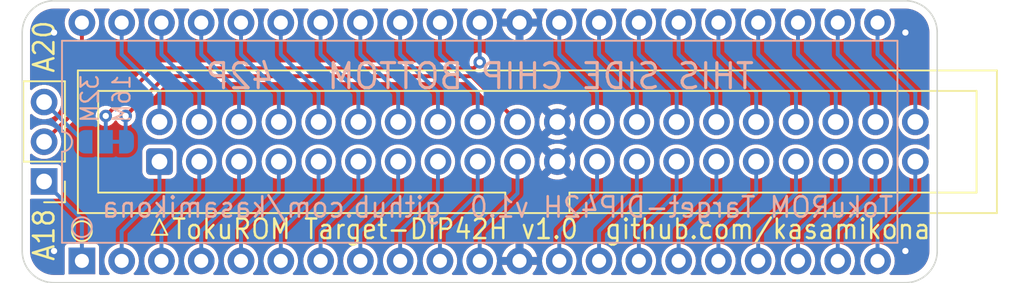
<source format=kicad_pcb>
(kicad_pcb (version 20221018) (generator pcbnew)
  (title_block (title "TokuROM Target-DIP42H") (rev "1.0") (company "github.com/kasamikona/TokuROM"))
  (layers (0 "F.Cu" signal) (31 "B.Cu" signal) (34 "B.Paste" user) (35 "F.Paste" user) (36 "B.SilkS" user "B.Silkscreen") (37 "F.SilkS" user "F.Silkscreen") (38 "B.Mask" user) (39 "F.Mask" user) (44 "Edge.Cuts" user))
  (net 0 "")
  (net 1 "/A17")
  (net 2 "/A8")
  (net 3 "/A7")
  (net 4 "/A9")
  (net 5 "/A6")
  (net 6 "/A10")
  (net 7 "/A5")
  (net 8 "/A11")
  (net 9 "/A4")
  (net 10 "/A12")
  (net 11 "/A3")
  (net 12 "/A13")
  (net 13 "/A2")
  (net 14 "/A14")
  (net 15 "/A1")
  (net 16 "/A15")
  (net 17 "/A0")
  (net 18 "/A16")
  (net 19 "/CE")
  (net 20 "/BYTE")
  (net 21 "/GND")
  (net 22 "/OE")
  (net 23 "/D15")
  (net 24 "/D0")
  (net 25 "/D7")
  (net 26 "/D8")
  (net 27 "/D14")
  (net 28 "/D1")
  (net 29 "/D6")
  (net 30 "/D9")
  (net 31 "/D13")
  (net 32 "/D2")
  (net 33 "/D5")
  (net 34 "/D10")
  (net 35 "/D12")
  (net 36 "/D3")
  (net 37 "/D4")
  (net 38 "/D11")
  (net 39 "/VCC")
  (net 40 "/BYTE_A20")
  (net 41 "/A18")
  (net 42 "/A19")
  (net 43 "/A20")
  (footprint "Connector_PinHeader_2.54mm:PinHeader_1x03_P2.54mm_Vertical" (layer "F.Cu") (at 17.907 25.4 180)
    (fp_text reference "J3" hide)
    (fp_text value "HIADDR")
    (fp_line (start -1.33 -1.33) (end 0 -1.33) (stroke (width 0.12)) (layer "F.SilkS"))
    (fp_line (start -1.33 0) (end -1.33 -1.33) (stroke (width 0.12)) (layer "F.SilkS"))
    (fp_line (start -1.33 1.27) (end -1.33 6.41) (stroke (width 0.12)) (layer "F.SilkS"))
    (fp_line (start -1.33 1.27) (end 1.33 1.27) (stroke (width 0.12)) (layer "F.SilkS"))
    (fp_line (start -1.33 6.41) (end 1.33 6.41) (stroke (width 0.12)) (layer "F.SilkS"))
    (fp_line (start 1.33 1.27) (end 1.33 6.41) (stroke (width 0.12)) (layer "F.SilkS"))
    (pad "1" thru_hole rect (at 0 0 180) (size 1.7 1.7) (drill 1) (layers "*.Cu" "*.Mask") (net 41 "/A18"))
    (pad "2" thru_hole oval (at 0 2.54 180) (size 1.7 1.7) (drill 1) (layers "*.Cu" "*.Mask") (net 42 "/A19"))
    (pad "3" thru_hole oval (at 0 5.08 180) (size 1.7 1.7) (drill 1) (layers "*.Cu" "*.Mask") (net 43 "/A20"))
  )
  (footprint "Connector_IDC:IDC-Header_2x20_P2.54mm_Vertical" (layer "F.Cu") (at 25.273 24.13 90)
    (fp_text reference "J1" hide)
    (fp_text value "IDC-40")
    (fp_line (start -4.68 -0.5) (end -4.68 0.5) (stroke (width 0.12)) (layer "F.SilkS"))
    (fp_line (start -4.68 0.5) (end -3.68 0) (stroke (width 0.12)) (layer "F.SilkS"))
    (fp_line (start -3.68 0) (end -4.68 -0.5) (stroke (width 0.12)) (layer "F.SilkS"))
    (fp_line (start -3.29 -5.21) (end 5.83 -5.21) (stroke (width 0.12)) (layer "F.SilkS"))
    (fp_line (start -3.29 22.08) (end -1.98 22.08) (stroke (width 0.12)) (layer "F.SilkS"))
    (fp_line (start -3.29 53.47) (end -3.29 -5.21) (stroke (width 0.12)) (layer "F.SilkS"))
    (fp_line (start -1.98 -3.91) (end 4.52 -3.91) (stroke (width 0.12)) (layer "F.SilkS"))
    (fp_line (start -1.98 22.08) (end -1.98 -3.91) (stroke (width 0.12)) (layer "F.SilkS"))
    (fp_line (start -1.98 26.18) (end -3.29 26.18) (stroke (width 0.12)) (layer "F.SilkS"))
    (fp_line (start -1.98 26.18) (end -1.98 26.18) (stroke (width 0.12)) (layer "F.SilkS"))
    (fp_line (start -1.98 52.17) (end -1.98 26.18) (stroke (width 0.12)) (layer "F.SilkS"))
    (fp_line (start 4.52 -3.91) (end 4.52 52.17) (stroke (width 0.12)) (layer "F.SilkS"))
    (fp_line (start 4.52 52.17) (end -1.98 52.17) (stroke (width 0.12)) (layer "F.SilkS"))
    (fp_line (start 5.83 -5.21) (end 5.83 53.47) (stroke (width 0.12)) (layer "F.SilkS"))
    (fp_line (start 5.83 53.47) (end -3.29 53.47) (stroke (width 0.12)) (layer "F.SilkS"))
    (pad "1" thru_hole roundrect (at 0 0 90) (size 1.7 1.7) (drill 1) (layers "*.Cu" "*.Mask") (roundrect_rratio 0.147059) (net 1 "/A17"))
    (pad "2" thru_hole circle (at 2.54 0 90) (size 1.7 1.7) (drill 1) (layers "*.Cu" "*.Mask") (net 2 "/A8"))
    (pad "3" thru_hole circle (at 0 2.54 90) (size 1.7 1.7) (drill 1) (layers "*.Cu" "*.Mask") (net 3 "/A7"))
    (pad "4" thru_hole circle (at 2.54 2.54 90) (size 1.7 1.7) (drill 1) (layers "*.Cu" "*.Mask") (net 4 "/A9"))
    (pad "5" thru_hole circle (at 0 5.08 90) (size 1.7 1.7) (drill 1) (layers "*.Cu" "*.Mask") (net 5 "/A6"))
    (pad "6" thru_hole circle (at 2.54 5.08 90) (size 1.7 1.7) (drill 1) (layers "*.Cu" "*.Mask") (net 6 "/A10"))
    (pad "7" thru_hole circle (at 0 7.62 90) (size 1.7 1.7) (drill 1) (layers "*.Cu" "*.Mask") (net 7 "/A5"))
    (pad "8" thru_hole circle (at 2.54 7.62 90) (size 1.7 1.7) (drill 1) (layers "*.Cu" "*.Mask") (net 8 "/A11"))
    (pad "9" thru_hole circle (at 0 10.16 90) (size 1.7 1.7) (drill 1) (layers "*.Cu" "*.Mask") (net 9 "/A4"))
    (pad "10" thru_hole circle (at 2.54 10.16 90) (size 1.7 1.7) (drill 1) (layers "*.Cu" "*.Mask") (net 10 "/A12"))
    (pad "11" thru_hole circle (at 0 12.7 90) (size 1.7 1.7) (drill 1) (layers "*.Cu" "*.Mask") (net 11 "/A3"))
    (pad "12" thru_hole circle (at 2.54 12.7 90) (size 1.7 1.7) (drill 1) (layers "*.Cu" "*.Mask") (net 12 "/A13"))
    (pad "13" thru_hole circle (at 0 15.24 90) (size 1.7 1.7) (drill 1) (layers "*.Cu" "*.Mask") (net 13 "/A2"))
    (pad "14" thru_hole circle (at 2.54 15.24 90) (size 1.7 1.7) (drill 1) (layers "*.Cu" "*.Mask") (net 14 "/A14"))
    (pad "15" thru_hole circle (at 0 17.78 90) (size 1.7 1.7) (drill 1) (layers "*.Cu" "*.Mask") (net 15 "/A1"))
    (pad "16" thru_hole circle (at 2.54 17.78 90) (size 1.7 1.7) (drill 1) (layers "*.Cu" "*.Mask") (net 16 "/A15"))
    (pad "17" thru_hole circle (at 0 20.32 90) (size 1.7 1.7) (drill 1) (layers "*.Cu" "*.Mask") (net 17 "/A0"))
    (pad "18" thru_hole circle (at 2.54 20.32 90) (size 1.7 1.7) (drill 1) (layers "*.Cu" "*.Mask") (net 18 "/A16"))
    (pad "19" thru_hole circle (at 0 22.86 90) (size 1.7 1.7) (drill 1) (layers "*.Cu" "*.Mask") (net 19 "/CE"))
    (pad "20" thru_hole circle (at 2.54 22.86 90) (size 1.7 1.7) (drill 1) (layers "*.Cu" "*.Mask") (net 20 "/BYTE"))
    (pad "21" thru_hole circle (at 0 25.4 90) (size 1.7 1.7) (drill 1) (layers "*.Cu" "*.Mask") (net 21 "/GND"))
    (pad "22" thru_hole circle (at 2.54 25.4 90) (size 1.7 1.7) (drill 1) (layers "*.Cu" "*.Mask") (net 21 "/GND"))
    (pad "23" thru_hole circle (at 0 27.94 90) (size 1.7 1.7) (drill 1) (layers "*.Cu" "*.Mask") (net 22 "/OE"))
    (pad "24" thru_hole circle (at 2.54 27.94 90) (size 1.7 1.7) (drill 1) (layers "*.Cu" "*.Mask") (net 23 "/D15"))
    (pad "25" thru_hole circle (at 0 30.48 90) (size 1.7 1.7) (drill 1) (layers "*.Cu" "*.Mask") (net 24 "/D0"))
    (pad "26" thru_hole circle (at 2.54 30.48 90) (size 1.7 1.7) (drill 1) (layers "*.Cu" "*.Mask") (net 25 "/D7"))
    (pad "27" thru_hole circle (at 0 33.02 90) (size 1.7 1.7) (drill 1) (layers "*.Cu" "*.Mask") (net 26 "/D8"))
    (pad "28" thru_hole circle (at 2.54 33.02 90) (size 1.7 1.7) (drill 1) (layers "*.Cu" "*.Mask") (net 27 "/D14"))
    (pad "29" thru_hole circle (at 0 35.56 90) (size 1.7 1.7) (drill 1) (layers "*.Cu" "*.Mask") (net 28 "/D1"))
    (pad "30" thru_hole circle (at 2.54 35.56 90) (size 1.7 1.7) (drill 1) (layers "*.Cu" "*.Mask") (net 29 "/D6"))
    (pad "31" thru_hole circle (at 0 38.1 90) (size 1.7 1.7) (drill 1) (layers "*.Cu" "*.Mask") (net 30 "/D9"))
    (pad "32" thru_hole circle (at 2.54 38.1 90) (size 1.7 1.7) (drill 1) (layers "*.Cu" "*.Mask") (net 31 "/D13"))
    (pad "33" thru_hole circle (at 0 40.64 90) (size 1.7 1.7) (drill 1) (layers "*.Cu" "*.Mask") (net 32 "/D2"))
    (pad "34" thru_hole circle (at 2.54 40.64 90) (size 1.7 1.7) (drill 1) (layers "*.Cu" "*.Mask") (net 33 "/D5"))
    (pad "35" thru_hole circle (at 0 43.18 90) (size 1.7 1.7) (drill 1) (layers "*.Cu" "*.Mask") (net 34 "/D10"))
    (pad "36" thru_hole circle (at 2.54 43.18 90) (size 1.7 1.7) (drill 1) (layers "*.Cu" "*.Mask") (net 35 "/D12"))
    (pad "37" thru_hole circle (at 0 45.72 90) (size 1.7 1.7) (drill 1) (layers "*.Cu" "*.Mask") (net 36 "/D3"))
    (pad "38" thru_hole circle (at 2.54 45.72 90) (size 1.7 1.7) (drill 1) (layers "*.Cu" "*.Mask") (net 37 "/D4"))
    (pad "39" thru_hole circle (at 0 48.26 90) (size 1.7 1.7) (drill 1) (layers "*.Cu" "*.Mask") (net 38 "/D11"))
    (pad "40" thru_hole circle (at 2.54 48.26 90) (size 1.7 1.7) (drill 1) (layers "*.Cu" "*.Mask") (net 39 "/VCC"))
  )
  (footprint "Tokurom-Parts:DIP-42_Reversed" (layer "B.Cu") (at 20.32 30.48 -90)
    (fp_text reference "J2" hide)
    (fp_text value "DIP-42_Reversed")
    (fp_line (start -14.08 -52.07) (end -1.16 -52.07) (stroke (width 0.12)) (layer "B.SilkS"))
    (fp_line (start -14.08 1.27) (end -14.08 -52.07) (stroke (width 0.12)) (layer "B.SilkS"))
    (fp_line (start -8.255 1.27) (end -14.08 1.27) (stroke (width 0.12)) (layer "B.SilkS"))
    (fp_line (start -1.16 -52.07) (end -1.16 1.27) (stroke (width 0.12)) (layer "B.SilkS"))
    (fp_line (start -1.16 1.27) (end -6.985 1.27) (stroke (width 0.12)) (layer "B.SilkS"))
    (fp_arc (start -8.255 1.27) (mid -7.62 0.635) (end -6.985 1.27) (stroke (width 0.12)) (layer "B.SilkS"))
    (pad "1" thru_hole rect (at 0 0 270) (size 1.7 1.7) (drill 0.9) (layers "*.Cu" "*.Mask") (net 41 "/A18"))
    (pad "2" thru_hole oval (at 0 -2.54 270) (size 1.7 1.7) (drill 0.9) (layers "*.Cu" "*.Mask") (net 1 "/A17"))
    (pad "3" thru_hole oval (at 0 -5.08 270) (size 1.7 1.7) (drill 0.9) (layers "*.Cu" "*.Mask") (net 3 "/A7"))
    (pad "4" thru_hole oval (at 0 -7.62 270) (size 1.7 1.7) (drill 0.9) (layers "*.Cu" "*.Mask") (net 5 "/A6"))
    (pad "5" thru_hole oval (at 0 -10.16 270) (size 1.7 1.7) (drill 0.9) (layers "*.Cu" "*.Mask") (net 7 "/A5"))
    (pad "6" thru_hole oval (at 0 -12.7 270) (size 1.7 1.7) (drill 0.9) (layers "*.Cu" "*.Mask") (net 9 "/A4"))
    (pad "7" thru_hole oval (at 0 -15.24 270) (size 1.7 1.7) (drill 0.9) (layers "*.Cu" "*.Mask") (net 11 "/A3"))
    (pad "8" thru_hole oval (at 0 -17.78 270) (size 1.7 1.7) (drill 0.9) (layers "*.Cu" "*.Mask") (net 13 "/A2"))
    (pad "9" thru_hole oval (at 0 -20.32 270) (size 1.7 1.7) (drill 0.9) (layers "*.Cu" "*.Mask") (net 15 "/A1"))
    (pad "10" thru_hole oval (at 0 -22.86 270) (size 1.7 1.7) (drill 0.9) (layers "*.Cu" "*.Mask") (net 17 "/A0"))
    (pad "11" thru_hole oval (at 0 -25.4 270) (size 1.7 1.7) (drill 0.9) (layers "*.Cu" "*.Mask") (net 19 "/CE"))
    (pad "12" thru_hole oval (at 0 -27.94 270) (size 1.7 1.7) (drill 0.9) (layers "*.Cu" "*.Mask") (net 21 "/GND"))
    (pad "13" thru_hole oval (at 0 -30.48 270) (size 1.7 1.7) (drill 0.9) (layers "*.Cu" "*.Mask") (net 22 "/OE"))
    (pad "14" thru_hole oval (at 0 -33.02 270) (size 1.7 1.7) (drill 0.9) (layers "*.Cu" "*.Mask") (net 24 "/D0"))
    (pad "15" thru_hole oval (at 0 -35.56 270) (size 1.7 1.7) (drill 0.9) (layers "*.Cu" "*.Mask") (net 26 "/D8"))
    (pad "16" thru_hole oval (at 0 -38.1 270) (size 1.7 1.7) (drill 0.9) (layers "*.Cu" "*.Mask") (net 28 "/D1"))
    (pad "17" thru_hole oval (at 0 -40.64 270) (size 1.7 1.7) (drill 0.9) (layers "*.Cu" "*.Mask") (net 30 "/D9"))
    (pad "18" thru_hole oval (at 0 -43.18 270) (size 1.7 1.7) (drill 0.9) (layers "*.Cu" "*.Mask") (net 32 "/D2"))
    (pad "19" thru_hole oval (at 0 -45.72 270) (size 1.7 1.7) (drill 0.9) (layers "*.Cu" "*.Mask") (net 34 "/D10"))
    (pad "20" thru_hole oval (at 0 -48.26 270) (size 1.7 1.7) (drill 0.9) (layers "*.Cu" "*.Mask") (net 36 "/D3"))
    (pad "21" thru_hole oval (at 0 -50.8 270) (size 1.7 1.7) (drill 0.9) (layers "*.Cu" "*.Mask") (net 38 "/D11"))
    (pad "22" thru_hole oval (at -15.24 -50.8 270) (size 1.7 1.7) (drill 0.9) (layers "*.Cu" "*.Mask") (net 39 "/VCC"))
    (pad "23" thru_hole oval (at -15.24 -48.26 270) (size 1.7 1.7) (drill 0.9) (layers "*.Cu" "*.Mask") (net 37 "/D4"))
    (pad "24" thru_hole oval (at -15.24 -45.72 270) (size 1.7 1.7) (drill 0.9) (layers "*.Cu" "*.Mask") (net 35 "/D12"))
    (pad "25" thru_hole oval (at -15.24 -43.18 270) (size 1.7 1.7) (drill 0.9) (layers "*.Cu" "*.Mask") (net 33 "/D5"))
    (pad "26" thru_hole oval (at -15.24 -40.64 270) (size 1.7 1.7) (drill 0.9) (layers "*.Cu" "*.Mask") (net 31 "/D13"))
    (pad "27" thru_hole oval (at -15.24 -38.1 270) (size 1.7 1.7) (drill 0.9) (layers "*.Cu" "*.Mask") (net 29 "/D6"))
    (pad "28" thru_hole oval (at -15.24 -35.56 270) (size 1.7 1.7) (drill 0.9) (layers "*.Cu" "*.Mask") (net 27 "/D14"))
    (pad "29" thru_hole oval (at -15.24 -33.02 270) (size 1.7 1.7) (drill 0.9) (layers "*.Cu" "*.Mask") (net 25 "/D7"))
    (pad "30" thru_hole oval (at -15.24 -30.48 270) (size 1.7 1.7) (drill 0.9) (layers "*.Cu" "*.Mask") (net 23 "/D15"))
    (pad "31" thru_hole oval (at -15.24 -27.94 270) (size 1.7 1.7) (drill 0.9) (layers "*.Cu" "*.Mask") (net 21 "/GND"))
    (pad "32" thru_hole oval (at -15.24 -25.4 270) (size 1.7 1.7) (drill 0.9) (layers "*.Cu" "*.Mask") (net 40 "/BYTE_A20"))
    (pad "33" thru_hole oval (at -15.24 -22.86 270) (size 1.7 1.7) (drill 0.9) (layers "*.Cu" "*.Mask") (net 18 "/A16"))
    (pad "34" thru_hole oval (at -15.24 -20.32 270) (size 1.7 1.7) (drill 0.9) (layers "*.Cu" "*.Mask") (net 16 "/A15"))
    (pad "35" thru_hole oval (at -15.24 -17.78 270) (size 1.7 1.7) (drill 0.9) (layers "*.Cu" "*.Mask") (net 14 "/A14"))
    (pad "36" thru_hole oval (at -15.24 -15.24 270) (size 1.7 1.7) (drill 0.9) (layers "*.Cu" "*.Mask") (net 12 "/A13"))
    (pad "37" thru_hole oval (at -15.24 -12.7 270) (size 1.7 1.7) (drill 0.9) (layers "*.Cu" "*.Mask") (net 10 "/A12"))
    (pad "38" thru_hole oval (at -15.24 -10.16 270) (size 1.7 1.7) (drill 0.9) (layers "*.Cu" "*.Mask") (net 8 "/A11"))
    (pad "39" thru_hole oval (at -15.24 -7.62 270) (size 1.7 1.7) (drill 0.9) (layers "*.Cu" "*.Mask") (net 6 "/A10"))
    (pad "40" thru_hole oval (at -15.24 -5.08 270) (size 1.7 1.7) (drill 0.9) (layers "*.Cu" "*.Mask") (net 4 "/A9"))
    (pad "41" thru_hole oval (at -15.24 -2.54 270) (size 1.7 1.7) (drill 0.9) (layers "*.Cu" "*.Mask") (net 2 "/A8"))
    (pad "42" thru_hole oval (at -15.24 0 270) (size 1.7 1.7) (drill 0.9) (layers "*.Cu" "*.Mask") (net 42 "/A19"))
  )
  (footprint "Tokurom-Parts:SolderJumper-3_Custom" (layer "B.Cu") (at 21.844 22.86 180)
    (fp_text reference "JP1" hide)
    (fp_text value "16M/32M")
    (fp_poly (pts (xy -0.9 0.125) (xy -0.4 0.125) (xy -0.4 -0.125) (xy -0.9 -0.125)) (fill solid) (layer "B.Cu"))
    (pad "1" smd roundrect (at -1.325 0 180) (size 0.95 1.5) (layers "B.Cu" "B.Mask") (roundrect_rratio 0.5) (chamfer_ratio 0) (chamfer top_right bottom_right) (net 20 "/BYTE"))
    (pad "2" smd rect (at 0 0 180) (size 0.9 1.5) (layers "B.Cu" "B.Mask") (net 40 "/BYTE_A20"))
    (pad "3" smd roundrect (at 1.325 0 180) (size 0.95 1.5) (layers "B.Cu" "B.Mask") (roundrect_rratio 0.5) (chamfer_ratio 0) (chamfer top_left bottom_left) (net 43 "/A20"))
  )
  (gr_circle (center 20.32 28.321) (end 20.32 27.686) (stroke (width 0.12)) (fill none) (layer "B.SilkS"))
  (gr_circle (center 20.32 28.575) (end 20.32 27.94) (stroke (width 0.12)) (fill none) (layer "F.SilkS"))
  (gr_line (start 18.542 13.843) (end 72.898 13.843) (stroke (width 0.1)) (layer "Edge.Cuts"))
  (gr_arc (start 18.542 31.877) (mid 17.105159 31.281841) (end 16.51 29.845) (stroke (width 0.1)) (layer "Edge.Cuts"))
  (gr_line (start 16.51 29.845) (end 16.51 15.875) (stroke (width 0.1)) (layer "Edge.Cuts"))
  (gr_arc (start 74.93 29.845) (mid 74.334841 31.281841) (end 72.898 31.877) (stroke (width 0.1)) (layer "Edge.Cuts"))
  (gr_arc (start 72.898 13.843) (mid 74.334841 14.438159) (end 74.93 15.875) (stroke (width 0.1)) (layer "Edge.Cuts"))
  (gr_line (start 72.898 31.877) (end 18.542 31.877) (stroke (width 0.1)) (layer "Edge.Cuts"))
  (gr_line (start 74.93 15.875) (end 74.93 29.845) (stroke (width 0.1)) (layer "Edge.Cuts"))
  (gr_arc (start 16.51 15.875) (mid 17.105159 14.438159) (end 18.542 13.843) (stroke (width 0.1)) (layer "Edge.Cuts"))
  (gr_text "TokuROM Target-DIP42H v${REVISION}  github.com/kasamikona" (at 46.863 27.051) (layer "B.SilkS") (effects (font (size 1.3 1.2) (thickness 0.163)) (justify mirror)))
  (gr_text "16M" (at 22.86 21.717 90) (layer "B.SilkS") (effects (font (size 1.1 1) (thickness 0.138)) (justify right mirror)))
  (gr_text "32M" (at 20.828 21.717 90) (layer "B.SilkS") (effects (font (size 1.1 1) (thickness 0.138)) (justify right mirror)))
  (gr_text "THIS SIDE CHIP BOTTOM   42P" (at 45.72 18.669) (layer "B.SilkS") (effects (font (size 1.6 1.5) (thickness 0.2)) (justify mirror)))
  (gr_text "TokuROM Target-DIP42H v${REVISION}  github.com/kasamikona" (at 50.292 28.448) (layer "F.SilkS") (effects (font (size 1.25 1.15) (thickness 0.156))))
  (gr_text "A20" (at 17.907 18.542 90) (layer "F.SilkS") (effects (font (size 1.3 1.2) (thickness 0.163)) (justify left)))
  (gr_text "A18" (at 17.907 27.051 90) (layer "F.SilkS") (effects (font (size 1.3 1.2) (thickness 0.163) bold) (justify right)))
  (segment (start 25.273 24.13) (end 25.273 26.162) (width 0.25) (layer "B.Cu") (net 1))
  (segment (start 25.273 26.162) (end 22.86 28.575) (width 0.25) (layer "B.Cu") (net 1))
  (segment (start 22.86 28.575) (end 22.86 30.48) (width 0.25) (layer "B.Cu") (net 1))
  (segment (start 25.273 21.59) (end 25.273 19.685) (width 0.25) (layer "B.Cu") (net 2))
  (segment (start 25.273 19.685) (end 22.86 17.272) (width 0.25) (layer "B.Cu") (net 2))
  (segment (start 22.86 17.272) (end 22.86 15.24) (width 0.25) (layer "B.Cu") (net 2))
  (segment (start 27.813 26.162) (end 25.4 28.575) (width 0.25) (layer "B.Cu") (net 3))
  (segment (start 27.813 24.13) (end 27.813 26.162) (width 0.25) (layer "B.Cu") (net 3))
  (segment (start 25.4 28.575) (end 25.4 30.48) (width 0.25) (layer "B.Cu") (net 3))
  (segment (start 25.4 17.272) (end 25.4 15.24) (width 0.25) (layer "B.Cu") (net 4))
  (segment (start 27.813 21.59) (end 27.813 19.685) (width 0.25) (layer "B.Cu") (net 4))
  (segment (start 27.813 19.685) (end 25.4 17.272) (width 0.25) (layer "B.Cu") (net 4))
  (segment (start 27.94 28.575) (end 27.94 30.48) (width 0.25) (layer "B.Cu") (net 5))
  (segment (start 30.353 24.13) (end 30.353 26.162) (width 0.25) (layer "B.Cu") (net 5))
  (segment (start 30.353 26.162) (end 27.94 28.575) (width 0.25) (layer "B.Cu") (net 5))
  (segment (start 30.353 19.685) (end 27.94 17.272) (width 0.25) (layer "B.Cu") (net 6))
  (segment (start 27.94 17.272) (end 27.94 15.24) (width 0.25) (layer "B.Cu") (net 6))
  (segment (start 30.353 21.59) (end 30.353 19.685) (width 0.25) (layer "B.Cu") (net 6))
  (segment (start 32.893 24.13) (end 32.893 26.162) (width 0.25) (layer "B.Cu") (net 7))
  (segment (start 32.893 26.162) (end 30.48 28.575) (width 0.25) (layer "B.Cu") (net 7))
  (segment (start 30.48 28.575) (end 30.48 30.48) (width 0.25) (layer "B.Cu") (net 7))
  (segment (start 30.48 17.272) (end 32.893 19.685) (width 0.25) (layer "B.Cu") (net 8))
  (segment (start 30.48 15.24) (end 30.48 17.272) (width 0.25) (layer "B.Cu") (net 8))
  (segment (start 32.893 19.685) (end 32.893 21.59) (width 0.25) (layer "B.Cu") (net 8))
  (segment (start 35.433 24.13) (end 35.433 26.162) (width 0.25) (layer "B.Cu") (net 9))
  (segment (start 33.02 28.575) (end 33.02 30.48) (width 0.25) (layer "B.Cu") (net 9))
  (segment (start 35.433 26.162) (end 33.02 28.575) (width 0.25) (layer "B.Cu") (net 9))
  (segment (start 33.02 17.272) (end 35.433 19.685) (width 0.25) (layer "B.Cu") (net 10))
  (segment (start 35.433 19.685) (end 35.433 21.59) (width 0.25) (layer "B.Cu") (net 10))
  (segment (start 33.02 15.24) (end 33.02 17.272) (width 0.25) (layer "B.Cu") (net 10))
  (segment (start 35.56 28.575) (end 35.56 30.48) (width 0.25) (layer "B.Cu") (net 11))
  (segment (start 37.973 26.162) (end 35.56 28.575) (width 0.25) (layer "B.Cu") (net 11))
  (segment (start 37.973 24.13) (end 37.973 26.162) (width 0.25) (layer "B.Cu") (net 11))
  (segment (start 37.973 19.685) (end 37.973 21.59) (width 0.25) (layer "B.Cu") (net 12))
  (segment (start 35.56 15.24) (end 35.56 17.272) (width 0.25) (layer "B.Cu") (net 12))
  (segment (start 35.56 17.272) (end 37.973 19.685) (width 0.25) (layer "B.Cu") (net 12))
  (segment (start 38.1 28.575) (end 38.1 30.48) (width 0.25) (layer "B.Cu") (net 13))
  (segment (start 40.513 24.13) (end 40.513 26.162) (width 0.25) (layer "B.Cu") (net 13))
  (segment (start 40.513 26.162) (end 38.1 28.575) (width 0.25) (layer "B.Cu") (net 13))
  (segment (start 38.1 15.24) (end 38.1 17.272) (width 0.25) (layer "B.Cu") (net 14))
  (segment (start 40.513 19.685) (end 40.513 21.59) (width 0.25) (layer "B.Cu") (net 14))
  (segment (start 38.1 17.272) (end 40.513 19.685) (width 0.25) (layer "B.Cu") (net 14))
  (segment (start 43.053 26.162) (end 40.64 28.575) (width 0.25) (layer "B.Cu") (net 15))
  (segment (start 43.053 24.13) (end 43.053 26.162) (width 0.25) (layer "B.Cu") (net 15))
  (segment (start 40.64 28.575) (end 40.64 30.48) (width 0.25) (layer "B.Cu") (net 15))
  (segment (start 40.64 17.272) (end 43.053 19.685) (width 0.25) (layer "B.Cu") (net 16))
  (segment (start 40.64 15.24) (end 40.64 17.272) (width 0.25) (layer "B.Cu") (net 16))
  (segment (start 43.053 19.685) (end 43.053 21.59) (width 0.25) (layer "B.Cu") (net 16))
  (segment (start 45.593 26.162) (end 43.18 28.575) (width 0.25) (layer "B.Cu") (net 17))
  (segment (start 43.18 28.575) (end 43.18 30.48) (width 0.25) (layer "B.Cu") (net 17))
  (segment (start 45.593 24.13) (end 45.593 26.162) (width 0.25) (layer "B.Cu") (net 17))
  (segment (start 43.18 15.24) (end 43.18 17.272) (width 0.25) (layer "B.Cu") (net 18))
  (segment (start 43.18 17.272) (end 45.593 19.685) (width 0.25) (layer "B.Cu") (net 18))
  (segment (start 45.593 19.685) (end 45.593 21.59) (width 0.25) (layer "B.Cu") (net 18))
  (segment (start 45.72 28.575) (end 45.72 30.48) (width 0.25) (layer "B.Cu") (net 19))
  (segment (start 48.133 26.162) (end 45.72 28.575) (width 0.25) (layer "B.Cu") (net 19))
  (segment (start 48.133 24.13) (end 48.133 26.162) (width 0.25) (layer "B.Cu") (net 19))
  (segment (start 45.212 18.669) (end 48.133 21.59) (width 0.25) (layer "F.Cu") (net 20))
  (segment (start 25.654 18.669) (end 45.212 18.669) (width 0.25) (layer "F.Cu") (net 20))
  (segment (start 23.114 21.209) (end 25.654 18.669) (width 0.25) (layer "F.Cu") (net 20))
  (via (at 23.114 21.209) (size 0.8) (drill 0.4) (layers "F.Cu" "B.Cu") (net 20))
  (segment (start 23.114 22.805) (end 23.169 22.86) (width 0.25) (layer "B.Cu") (net 20))
  (segment (start 23.114 21.209) (end 23.114 22.805) (width 0.25) (layer "B.Cu") (net 20))
  (via (at 72.898 15.875) (size 0.8) (drill 0.4) (layers "F.Cu" "B.Cu") (net 21))
  (via (at 72.898 29.845) (size 0.8) (drill 0.4) (layers "F.Cu" "B.Cu") (net 21))
  (via (at 18.542 15.875) (size 0.8) (drill 0.4) (layers "F.Cu" "B.Cu") (net 21))
  (via (at 18.542 29.845) (size 0.8) (drill 0.4) (layers "F.Cu" "B.Cu") (net 21))
  (segment (start 50.8 28.575) (end 50.8 30.48) (width 0.25) (layer "B.Cu") (net 22))
  (segment (start 53.213 24.13) (end 53.213 26.162) (width 0.25) (layer "B.Cu") (net 22))
  (segment (start 53.213 26.162) (end 50.8 28.575) (width 0.25) (layer "B.Cu") (net 22))
  (segment (start 50.8 17.272) (end 53.213 19.685) (width 0.25) (layer "B.Cu") (net 23))
  (segment (start 53.213 19.685) (end 53.213 21.59) (width 0.25) (layer "B.Cu") (net 23))
  (segment (start 50.8 15.24) (end 50.8 17.272) (width 0.25) (layer "B.Cu") (net 23))
  (segment (start 55.753 24.13) (end 55.753 26.162) (width 0.25) (layer "B.Cu") (net 24))
  (segment (start 55.753 26.162) (end 53.34 28.575) (width 0.25) (layer "B.Cu") (net 24))
  (segment (start 53.34 28.575) (end 53.34 30.48) (width 0.25) (layer "B.Cu") (net 24))
  (segment (start 53.34 17.272) (end 55.753 19.685) (width 0.25) (layer "B.Cu") (net 25))
  (segment (start 55.753 19.685) (end 55.753 21.59) (width 0.25) (layer "B.Cu") (net 25))
  (segment (start 53.34 15.24) (end 53.34 17.272) (width 0.25) (layer "B.Cu") (net 25))
  (segment (start 58.293 24.13) (end 58.293 26.162) (width 0.25) (layer "B.Cu") (net 26))
  (segment (start 58.293 26.162) (end 55.88 28.575) (width 0.25) (layer "B.Cu") (net 26))
  (segment (start 55.88 28.575) (end 55.88 30.48) (width 0.25) (layer "B.Cu") (net 26))
  (segment (start 58.293 19.685) (end 58.293 21.59) (width 0.25) (layer "B.Cu") (net 27))
  (segment (start 55.88 17.272) (end 58.293 19.685) (width 0.25) (layer "B.Cu") (net 27))
  (segment (start 55.88 15.24) (end 55.88 17.272) (width 0.25) (layer "B.Cu") (net 27))
  (segment (start 58.42 28.575) (end 58.42 30.48) (width 0.25) (layer "B.Cu") (net 28))
  (segment (start 60.833 24.13) (end 60.833 26.162) (width 0.25) (layer "B.Cu") (net 28))
  (segment (start 60.833 26.162) (end 58.42 28.575) (width 0.25) (layer "B.Cu") (net 28))
  (segment (start 58.42 15.24) (end 58.42 17.272) (width 0.25) (layer "B.Cu") (net 29))
  (segment (start 58.42 17.272) (end 60.833 19.685) (width 0.25) (layer "B.Cu") (net 29))
  (segment (start 60.833 19.685) (end 60.833 21.59) (width 0.25) (layer "B.Cu") (net 29))
  (segment (start 63.373 24.13) (end 63.373 26.162) (width 0.25) (layer "B.Cu") (net 30))
  (segment (start 60.96 28.575) (end 60.96 30.48) (width 0.25) (layer "B.Cu") (net 30))
  (segment (start 63.373 26.162) (end 60.96 28.575) (width 0.25) (layer "B.Cu") (net 30))
  (segment (start 60.96 17.272) (end 63.373 19.685) (width 0.25) (layer "B.Cu") (net 31))
  (segment (start 60.96 15.24) (end 60.96 17.272) (width 0.25) (layer "B.Cu") (net 31))
  (segment (start 63.373 19.685) (end 63.373 21.59) (width 0.25) (layer "B.Cu") (net 31))
  (segment (start 65.913 26.162) (end 63.5 28.575) (width 0.25) (layer "B.Cu") (net 32))
  (segment (start 65.913 24.13) (end 65.913 26.162) (width 0.25) (layer "B.Cu") (net 32))
  (segment (start 63.5 28.575) (end 63.5 30.48) (width 0.25) (layer "B.Cu") (net 32))
  (segment (start 63.5 17.272) (end 65.913 19.685) (width 0.25) (layer "B.Cu") (net 33))
  (segment (start 63.5 15.24) (end 63.5 17.272) (width 0.25) (layer "B.Cu") (net 33))
  (segment (start 65.913 19.685) (end 65.913 21.59) (width 0.25) (layer "B.Cu") (net 33))
  (segment (start 68.453 24.13) (end 68.453 26.162) (width 0.25) (layer "B.Cu") (net 34))
  (segment (start 68.453 26.162) (end 66.04 28.575) (width 0.25) (layer "B.Cu") (net 34))
  (segment (start 66.04 28.575) (end 66.04 30.48) (width 0.25) (layer "B.Cu") (net 34))
  (segment (start 66.04 17.272) (end 68.453 19.685) (width 0.25) (layer "B.Cu") (net 35))
  (segment (start 66.04 15.24) (end 66.04 17.272) (width 0.25) (layer "B.Cu") (net 35))
  (segment (start 68.453 19.685) (end 68.453 21.59) (width 0.25) (layer "B.Cu") (net 35))
  (segment (start 70.993 26.162) (end 68.58 28.575) (width 0.25) (layer "B.Cu") (net 36))
  (segment (start 70.993 24.13) (end 70.993 26.162) (width 0.25) (layer "B.Cu") (net 36))
  (segment (start 68.58 28.575) (end 68.58 30.48) (width 0.25) (layer "B.Cu") (net 36))
  (segment (start 70.993 19.685) (end 70.993 21.59) (width 0.25) (layer "B.Cu") (net 37))
  (segment (start 68.58 17.272) (end 70.993 19.685) (width 0.25) (layer "B.Cu") (net 37))
  (segment (start 68.58 15.24) (end 68.58 17.272) (width 0.25) (layer "B.Cu") (net 37))
  (segment (start 71.12 28.575) (end 71.12 30.48) (width 0.25) (layer "B.Cu") (net 38))
  (segment (start 73.533 24.13) (end 73.533 26.162) (width 0.25) (layer "B.Cu") (net 38))
  (segment (start 73.533 26.162) (end 71.12 28.575) (width 0.25) (layer "B.Cu") (net 38))
  (segment (start 73.533 19.685) (end 73.533 21.59) (width 0.25) (layer "B.Cu") (net 39))
  (segment (start 71.12 15.24) (end 71.12 17.272) (width 0.25) (layer "B.Cu") (net 39))
  (segment (start 71.12 17.272) (end 73.533 19.685) (width 0.25) (layer "B.Cu") (net 39))
  (segment (start 45.72 17.78) (end 45.339 18.161) (width 0.25) (layer "F.Cu") (net 40))
  (segment (start 24.892 18.161) (end 21.844 21.209) (width 0.25) (layer "F.Cu") (net 40))
  (segment (start 45.339 18.161) (end 24.892 18.161) (width 0.25) (layer "F.Cu") (net 40))
  (via (at 45.72 17.78) (size 0.8) (drill 0.4) (layers "F.Cu" "B.Cu") (net 40))
  (via (at 21.844 21.209) (size 0.8) (drill 0.4) (layers "F.Cu" "B.Cu") (net 40))
  (segment (start 21.844 21.209) (end 21.844 22.86) (width 0.25) (layer "B.Cu") (net 40))
  (segment (start 45.72 17.78) (end 45.72 15.24) (width 0.25) (layer "B.Cu") (net 40))
  (segment (start 20.32 30.48) (end 20.32 27.813) (width 0.25) (layer "B.Cu") (net 41))
  (segment (start 20.32 27.813) (end 17.907 25.4) (width 0.25) (layer "B.Cu") (net 41))
  (segment (start 17.907 22.86) (end 20.32 20.447) (width 0.25) (layer "F.Cu") (net 42))
  (segment (start 20.32 20.447) (end 20.32 15.24) (width 0.25) (layer "F.Cu") (net 42))
  (segment (start 17.907 20.32) (end 20.447 22.86) (width 0.25) (layer "B.Cu") (net 43))
  (segment (start 20.447 22.86) (end 20.519 22.86) (width 0.25) (layer "B.Cu") (net 43))
  (zone (net 21) (net_name "/GND") (layers "F&B.Cu") (connect_pads (clearance 0.25)) (min_thickness 0.15) (fill yes (thermal_gap 0.3) (thermal_bridge_width 0.5))
    (polygon (pts (xy 16.51 31.877) (xy 74.93 31.877) (xy 74.93 13.843) (xy 16.51 13.843)))
  )
)
</source>
